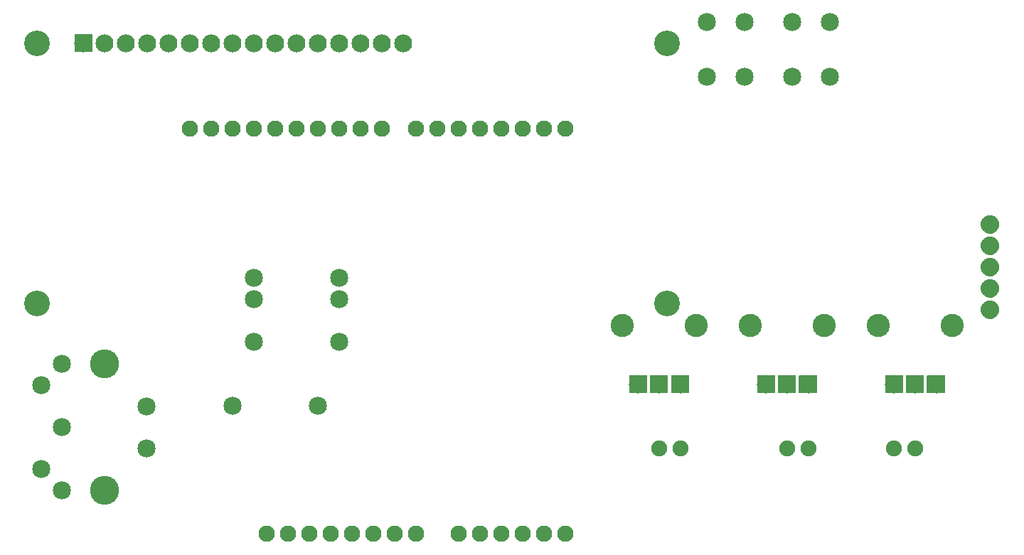
<source format=gts>
G04 MADE WITH FRITZING*
G04 WWW.FRITZING.ORG*
G04 DOUBLE SIDED*
G04 HOLES PLATED*
G04 CONTOUR ON CENTER OF CONTOUR VECTOR*
%ASAXBY*%
%FSLAX23Y23*%
%MOIN*%
%OFA0B0*%
%SFA1.0B1.0*%
%ADD10C,0.085000*%
%ADD11C,0.136000*%
%ADD12C,0.076194*%
%ADD13C,0.076222*%
%ADD14C,0.084000*%
%ADD15C,0.108740*%
%ADD16C,0.120236*%
%ADD17C,0.075000*%
%ADD18R,0.001000X0.001000*%
%LNMASK1*%
G90*
G70*
G54D10*
X300Y345D03*
X202Y444D03*
X300Y641D03*
X202Y838D03*
X300Y936D03*
X694Y542D03*
G54D11*
X497Y936D03*
X497Y345D03*
G54D10*
X694Y739D03*
X1500Y741D03*
X1100Y741D03*
X1600Y1041D03*
X1200Y1041D03*
G54D12*
X2260Y141D03*
X2360Y141D03*
X2460Y141D03*
X2560Y141D03*
X2660Y141D03*
G54D13*
X1800Y2041D03*
X1700Y2041D03*
X1600Y2041D03*
X1500Y2041D03*
X1400Y2041D03*
X1300Y2041D03*
X1200Y2041D03*
X1100Y2041D03*
X1000Y2041D03*
X900Y2041D03*
X2660Y2041D03*
X2560Y2041D03*
X2460Y2041D03*
X2360Y2041D03*
X2260Y2041D03*
X2160Y2041D03*
X2060Y2041D03*
X1960Y2041D03*
G54D12*
X1360Y141D03*
X1260Y141D03*
X1460Y141D03*
X1560Y141D03*
X1660Y141D03*
X1760Y141D03*
X1860Y141D03*
X1960Y141D03*
X2160Y141D03*
G54D10*
X3323Y2285D03*
X3323Y2541D03*
X3500Y2285D03*
X3500Y2541D03*
X3723Y2285D03*
X3723Y2541D03*
X3900Y2285D03*
X3900Y2541D03*
G54D14*
X3600Y841D03*
X3698Y841D03*
X3797Y841D03*
G54D15*
X3525Y1116D03*
X3872Y1116D03*
G54D14*
X3600Y841D03*
X3698Y841D03*
X3797Y841D03*
G54D15*
X3525Y1116D03*
X3872Y1116D03*
G54D14*
X3000Y841D03*
X3098Y841D03*
X3197Y841D03*
G54D15*
X2925Y1116D03*
X3272Y1116D03*
G54D14*
X3000Y841D03*
X3098Y841D03*
X3197Y841D03*
G54D15*
X2925Y1116D03*
X3272Y1116D03*
G54D14*
X4200Y841D03*
X4298Y841D03*
X4397Y841D03*
G54D15*
X4125Y1116D03*
X4472Y1116D03*
G54D14*
X4200Y841D03*
X4298Y841D03*
X4397Y841D03*
G54D15*
X4125Y1116D03*
X4472Y1116D03*
G54D14*
X400Y2441D03*
X500Y2441D03*
X600Y2441D03*
X700Y2441D03*
X800Y2441D03*
X900Y2441D03*
X1000Y2441D03*
X1100Y2441D03*
X1200Y2441D03*
X1300Y2441D03*
X1400Y2441D03*
X1500Y2441D03*
X1600Y2441D03*
X1700Y2441D03*
X1800Y2441D03*
X1900Y2441D03*
G54D16*
X183Y2441D03*
X183Y1220D03*
X3136Y2441D03*
X3136Y1220D03*
G54D14*
X400Y2441D03*
X500Y2441D03*
X600Y2441D03*
X700Y2441D03*
X800Y2441D03*
X900Y2441D03*
X1000Y2441D03*
X1100Y2441D03*
X1200Y2441D03*
X1300Y2441D03*
X1400Y2441D03*
X1500Y2441D03*
X1600Y2441D03*
X1700Y2441D03*
X1800Y2441D03*
X1900Y2441D03*
G54D16*
X183Y2441D03*
X183Y1220D03*
X3136Y2441D03*
X3136Y1220D03*
G54D10*
X1200Y1341D03*
X1600Y1341D03*
X1200Y1241D03*
X1600Y1241D03*
G54D17*
X3700Y541D03*
X3800Y541D03*
X3700Y541D03*
X3800Y541D03*
X3100Y541D03*
X3200Y541D03*
X3100Y541D03*
X3200Y541D03*
X4200Y541D03*
X4300Y541D03*
X4200Y541D03*
X4300Y541D03*
G54D18*
X358Y2483D02*
X441Y2483D01*
X358Y2482D02*
X441Y2482D01*
X358Y2481D02*
X441Y2481D01*
X358Y2480D02*
X441Y2480D01*
X358Y2479D02*
X441Y2479D01*
X358Y2478D02*
X441Y2478D01*
X358Y2477D02*
X441Y2477D01*
X358Y2476D02*
X441Y2476D01*
X358Y2475D02*
X441Y2475D01*
X358Y2474D02*
X441Y2474D01*
X358Y2473D02*
X441Y2473D01*
X358Y2472D02*
X441Y2472D01*
X358Y2471D02*
X441Y2471D01*
X358Y2470D02*
X441Y2470D01*
X358Y2469D02*
X441Y2469D01*
X358Y2468D02*
X441Y2468D01*
X358Y2467D02*
X441Y2467D01*
X358Y2466D02*
X441Y2466D01*
X358Y2465D02*
X441Y2465D01*
X358Y2464D02*
X441Y2464D01*
X358Y2463D02*
X441Y2463D01*
X358Y2462D02*
X441Y2462D01*
X358Y2461D02*
X441Y2461D01*
X358Y2460D02*
X441Y2460D01*
X358Y2459D02*
X441Y2459D01*
X358Y2458D02*
X441Y2458D01*
X358Y2457D02*
X441Y2457D01*
X358Y2456D02*
X396Y2456D01*
X403Y2456D02*
X441Y2456D01*
X358Y2455D02*
X393Y2455D01*
X406Y2455D02*
X441Y2455D01*
X358Y2454D02*
X391Y2454D01*
X408Y2454D02*
X441Y2454D01*
X358Y2453D02*
X389Y2453D01*
X410Y2453D02*
X441Y2453D01*
X358Y2452D02*
X388Y2452D01*
X411Y2452D02*
X441Y2452D01*
X358Y2451D02*
X387Y2451D01*
X412Y2451D02*
X441Y2451D01*
X358Y2450D02*
X386Y2450D01*
X412Y2450D02*
X441Y2450D01*
X358Y2449D02*
X386Y2449D01*
X413Y2449D02*
X441Y2449D01*
X358Y2448D02*
X385Y2448D01*
X414Y2448D02*
X441Y2448D01*
X358Y2447D02*
X385Y2447D01*
X414Y2447D02*
X441Y2447D01*
X358Y2446D02*
X385Y2446D01*
X414Y2446D02*
X441Y2446D01*
X358Y2445D02*
X384Y2445D01*
X415Y2445D02*
X441Y2445D01*
X358Y2444D02*
X384Y2444D01*
X415Y2444D02*
X441Y2444D01*
X358Y2443D02*
X384Y2443D01*
X415Y2443D02*
X441Y2443D01*
X358Y2442D02*
X384Y2442D01*
X415Y2442D02*
X441Y2442D01*
X358Y2441D02*
X384Y2441D01*
X415Y2441D02*
X441Y2441D01*
X358Y2440D02*
X384Y2440D01*
X415Y2440D02*
X441Y2440D01*
X358Y2439D02*
X384Y2439D01*
X415Y2439D02*
X441Y2439D01*
X358Y2438D02*
X384Y2438D01*
X415Y2438D02*
X441Y2438D01*
X358Y2437D02*
X384Y2437D01*
X414Y2437D02*
X441Y2437D01*
X358Y2436D02*
X385Y2436D01*
X414Y2436D02*
X441Y2436D01*
X358Y2435D02*
X385Y2435D01*
X414Y2435D02*
X441Y2435D01*
X358Y2434D02*
X385Y2434D01*
X413Y2434D02*
X441Y2434D01*
X358Y2433D02*
X386Y2433D01*
X413Y2433D02*
X441Y2433D01*
X358Y2432D02*
X387Y2432D01*
X412Y2432D02*
X441Y2432D01*
X358Y2431D02*
X387Y2431D01*
X411Y2431D02*
X441Y2431D01*
X358Y2430D02*
X388Y2430D01*
X410Y2430D02*
X441Y2430D01*
X358Y2429D02*
X390Y2429D01*
X409Y2429D02*
X441Y2429D01*
X358Y2428D02*
X391Y2428D01*
X408Y2428D02*
X441Y2428D01*
X358Y2427D02*
X394Y2427D01*
X405Y2427D02*
X441Y2427D01*
X358Y2426D02*
X441Y2426D01*
X358Y2425D02*
X441Y2425D01*
X358Y2424D02*
X441Y2424D01*
X358Y2423D02*
X441Y2423D01*
X358Y2422D02*
X441Y2422D01*
X358Y2421D02*
X441Y2421D01*
X358Y2420D02*
X441Y2420D01*
X358Y2419D02*
X441Y2419D01*
X358Y2418D02*
X441Y2418D01*
X358Y2417D02*
X441Y2417D01*
X358Y2416D02*
X441Y2416D01*
X358Y2415D02*
X441Y2415D01*
X358Y2414D02*
X441Y2414D01*
X358Y2413D02*
X441Y2413D01*
X358Y2412D02*
X441Y2412D01*
X358Y2411D02*
X441Y2411D01*
X358Y2410D02*
X441Y2410D01*
X358Y2409D02*
X441Y2409D01*
X358Y2408D02*
X441Y2408D01*
X358Y2407D02*
X441Y2407D01*
X358Y2406D02*
X441Y2406D01*
X358Y2405D02*
X441Y2405D01*
X358Y2404D02*
X441Y2404D01*
X358Y2403D02*
X441Y2403D01*
X358Y2402D02*
X441Y2402D01*
X358Y2401D02*
X441Y2401D01*
X358Y2400D02*
X441Y2400D01*
X4646Y1635D02*
X4652Y1635D01*
X4640Y1634D02*
X4658Y1634D01*
X4637Y1633D02*
X4661Y1633D01*
X4634Y1632D02*
X4664Y1632D01*
X4632Y1631D02*
X4666Y1631D01*
X4630Y1630D02*
X4668Y1630D01*
X4629Y1629D02*
X4670Y1629D01*
X4627Y1628D02*
X4671Y1628D01*
X4626Y1627D02*
X4673Y1627D01*
X4624Y1626D02*
X4674Y1626D01*
X4623Y1625D02*
X4675Y1625D01*
X4622Y1624D02*
X4676Y1624D01*
X4621Y1623D02*
X4677Y1623D01*
X4620Y1622D02*
X4679Y1622D01*
X4619Y1621D02*
X4679Y1621D01*
X4618Y1620D02*
X4680Y1620D01*
X4617Y1619D02*
X4681Y1619D01*
X4616Y1618D02*
X4682Y1618D01*
X4615Y1617D02*
X4683Y1617D01*
X4614Y1616D02*
X4684Y1616D01*
X4614Y1615D02*
X4684Y1615D01*
X4613Y1614D02*
X4685Y1614D01*
X4612Y1613D02*
X4686Y1613D01*
X4612Y1612D02*
X4686Y1612D01*
X4611Y1611D02*
X4687Y1611D01*
X4610Y1610D02*
X4688Y1610D01*
X4610Y1609D02*
X4688Y1609D01*
X4609Y1608D02*
X4689Y1608D01*
X4609Y1607D02*
X4689Y1607D01*
X4609Y1606D02*
X4689Y1606D01*
X4608Y1605D02*
X4690Y1605D01*
X4608Y1604D02*
X4690Y1604D01*
X4607Y1603D02*
X4691Y1603D01*
X4607Y1602D02*
X4691Y1602D01*
X4607Y1601D02*
X4691Y1601D01*
X4607Y1600D02*
X4691Y1600D01*
X4606Y1599D02*
X4692Y1599D01*
X4606Y1598D02*
X4692Y1598D01*
X4606Y1597D02*
X4692Y1597D01*
X4606Y1596D02*
X4692Y1596D01*
X4606Y1595D02*
X4692Y1595D01*
X4606Y1594D02*
X4692Y1594D01*
X4606Y1593D02*
X4692Y1593D01*
X4606Y1592D02*
X4693Y1592D01*
X4606Y1591D02*
X4693Y1591D01*
X4606Y1590D02*
X4693Y1590D01*
X4606Y1589D02*
X4692Y1589D01*
X4606Y1588D02*
X4692Y1588D01*
X4606Y1587D02*
X4692Y1587D01*
X4606Y1586D02*
X4692Y1586D01*
X4606Y1585D02*
X4692Y1585D01*
X4606Y1584D02*
X4692Y1584D01*
X4606Y1583D02*
X4692Y1583D01*
X4607Y1582D02*
X4691Y1582D01*
X4607Y1581D02*
X4691Y1581D01*
X4607Y1580D02*
X4691Y1580D01*
X4608Y1579D02*
X4690Y1579D01*
X4608Y1578D02*
X4690Y1578D01*
X4608Y1577D02*
X4690Y1577D01*
X4609Y1576D02*
X4689Y1576D01*
X4609Y1575D02*
X4689Y1575D01*
X4610Y1574D02*
X4688Y1574D01*
X4610Y1573D02*
X4688Y1573D01*
X4611Y1572D02*
X4687Y1572D01*
X4611Y1571D02*
X4687Y1571D01*
X4612Y1570D02*
X4686Y1570D01*
X4613Y1569D02*
X4686Y1569D01*
X4613Y1568D02*
X4685Y1568D01*
X4614Y1567D02*
X4684Y1567D01*
X4615Y1566D02*
X4683Y1566D01*
X4615Y1565D02*
X4683Y1565D01*
X4616Y1564D02*
X4682Y1564D01*
X4617Y1563D02*
X4681Y1563D01*
X4618Y1562D02*
X4680Y1562D01*
X4619Y1561D02*
X4679Y1561D01*
X4620Y1560D02*
X4678Y1560D01*
X4621Y1559D02*
X4677Y1559D01*
X4622Y1558D02*
X4676Y1558D01*
X4623Y1557D02*
X4675Y1557D01*
X4625Y1556D02*
X4673Y1556D01*
X4626Y1555D02*
X4672Y1555D01*
X4628Y1554D02*
X4670Y1554D01*
X4629Y1553D02*
X4669Y1553D01*
X4631Y1552D02*
X4667Y1552D01*
X4633Y1551D02*
X4665Y1551D01*
X4635Y1550D02*
X4663Y1550D01*
X4638Y1549D02*
X4660Y1549D01*
X4642Y1548D02*
X4656Y1548D01*
X4646Y1535D02*
X4652Y1535D01*
X4640Y1534D02*
X4658Y1534D01*
X4637Y1533D02*
X4661Y1533D01*
X4634Y1532D02*
X4664Y1532D01*
X4632Y1531D02*
X4666Y1531D01*
X4630Y1530D02*
X4668Y1530D01*
X4629Y1529D02*
X4670Y1529D01*
X4627Y1528D02*
X4671Y1528D01*
X4626Y1527D02*
X4673Y1527D01*
X4624Y1526D02*
X4674Y1526D01*
X4623Y1525D02*
X4675Y1525D01*
X4622Y1524D02*
X4676Y1524D01*
X4621Y1523D02*
X4677Y1523D01*
X4620Y1522D02*
X4679Y1522D01*
X4619Y1521D02*
X4680Y1521D01*
X4618Y1520D02*
X4680Y1520D01*
X4617Y1519D02*
X4681Y1519D01*
X4616Y1518D02*
X4682Y1518D01*
X4615Y1517D02*
X4683Y1517D01*
X4614Y1516D02*
X4684Y1516D01*
X4614Y1515D02*
X4684Y1515D01*
X4613Y1514D02*
X4685Y1514D01*
X4612Y1513D02*
X4686Y1513D01*
X4612Y1512D02*
X4686Y1512D01*
X4611Y1511D02*
X4687Y1511D01*
X4610Y1510D02*
X4688Y1510D01*
X4610Y1509D02*
X4688Y1509D01*
X4609Y1508D02*
X4689Y1508D01*
X4609Y1507D02*
X4689Y1507D01*
X4609Y1506D02*
X4689Y1506D01*
X4608Y1505D02*
X4690Y1505D01*
X4608Y1504D02*
X4690Y1504D01*
X4607Y1503D02*
X4691Y1503D01*
X4607Y1502D02*
X4691Y1502D01*
X4607Y1501D02*
X4691Y1501D01*
X4607Y1500D02*
X4691Y1500D01*
X4606Y1499D02*
X4692Y1499D01*
X4606Y1498D02*
X4692Y1498D01*
X4606Y1497D02*
X4692Y1497D01*
X4606Y1496D02*
X4692Y1496D01*
X4606Y1495D02*
X4692Y1495D01*
X4606Y1494D02*
X4692Y1494D01*
X4606Y1493D02*
X4692Y1493D01*
X4606Y1492D02*
X4693Y1492D01*
X4606Y1491D02*
X4693Y1491D01*
X4606Y1490D02*
X4693Y1490D01*
X4606Y1489D02*
X4692Y1489D01*
X4606Y1488D02*
X4692Y1488D01*
X4606Y1487D02*
X4692Y1487D01*
X4606Y1486D02*
X4692Y1486D01*
X4606Y1485D02*
X4692Y1485D01*
X4606Y1484D02*
X4692Y1484D01*
X4606Y1483D02*
X4692Y1483D01*
X4607Y1482D02*
X4691Y1482D01*
X4607Y1481D02*
X4691Y1481D01*
X4607Y1480D02*
X4691Y1480D01*
X4608Y1479D02*
X4690Y1479D01*
X4608Y1478D02*
X4690Y1478D01*
X4608Y1477D02*
X4690Y1477D01*
X4609Y1476D02*
X4689Y1476D01*
X4609Y1475D02*
X4689Y1475D01*
X4610Y1474D02*
X4688Y1474D01*
X4610Y1473D02*
X4688Y1473D01*
X4611Y1472D02*
X4687Y1472D01*
X4611Y1471D02*
X4687Y1471D01*
X4612Y1470D02*
X4686Y1470D01*
X4613Y1469D02*
X4686Y1469D01*
X4613Y1468D02*
X4685Y1468D01*
X4614Y1467D02*
X4684Y1467D01*
X4615Y1466D02*
X4683Y1466D01*
X4615Y1465D02*
X4683Y1465D01*
X4616Y1464D02*
X4682Y1464D01*
X4617Y1463D02*
X4681Y1463D01*
X4618Y1462D02*
X4680Y1462D01*
X4619Y1461D02*
X4679Y1461D01*
X4620Y1460D02*
X4678Y1460D01*
X4621Y1459D02*
X4677Y1459D01*
X4622Y1458D02*
X4676Y1458D01*
X4623Y1457D02*
X4675Y1457D01*
X4625Y1456D02*
X4673Y1456D01*
X4626Y1455D02*
X4672Y1455D01*
X4628Y1454D02*
X4670Y1454D01*
X4629Y1453D02*
X4669Y1453D01*
X4631Y1452D02*
X4667Y1452D01*
X4633Y1451D02*
X4665Y1451D01*
X4635Y1450D02*
X4663Y1450D01*
X4638Y1449D02*
X4660Y1449D01*
X4642Y1448D02*
X4656Y1448D01*
X4646Y1435D02*
X4652Y1435D01*
X4640Y1434D02*
X4658Y1434D01*
X4637Y1433D02*
X4661Y1433D01*
X4634Y1432D02*
X4664Y1432D01*
X4632Y1431D02*
X4666Y1431D01*
X4630Y1430D02*
X4668Y1430D01*
X4629Y1429D02*
X4670Y1429D01*
X4627Y1428D02*
X4671Y1428D01*
X4625Y1427D02*
X4673Y1427D01*
X4624Y1426D02*
X4674Y1426D01*
X4623Y1425D02*
X4675Y1425D01*
X4622Y1424D02*
X4676Y1424D01*
X4621Y1423D02*
X4677Y1423D01*
X4620Y1422D02*
X4679Y1422D01*
X4619Y1421D02*
X4680Y1421D01*
X4618Y1420D02*
X4680Y1420D01*
X4617Y1419D02*
X4681Y1419D01*
X4616Y1418D02*
X4682Y1418D01*
X4615Y1417D02*
X4683Y1417D01*
X4614Y1416D02*
X4684Y1416D01*
X4614Y1415D02*
X4684Y1415D01*
X4613Y1414D02*
X4685Y1414D01*
X4612Y1413D02*
X4686Y1413D01*
X4612Y1412D02*
X4686Y1412D01*
X4611Y1411D02*
X4687Y1411D01*
X4610Y1410D02*
X4688Y1410D01*
X4610Y1409D02*
X4688Y1409D01*
X4609Y1408D02*
X4689Y1408D01*
X4609Y1407D02*
X4689Y1407D01*
X4609Y1406D02*
X4689Y1406D01*
X4608Y1405D02*
X4690Y1405D01*
X4608Y1404D02*
X4690Y1404D01*
X4607Y1403D02*
X4691Y1403D01*
X4607Y1402D02*
X4691Y1402D01*
X4607Y1401D02*
X4691Y1401D01*
X4607Y1400D02*
X4691Y1400D01*
X4606Y1399D02*
X4692Y1399D01*
X4606Y1398D02*
X4692Y1398D01*
X4606Y1397D02*
X4692Y1397D01*
X4606Y1396D02*
X4692Y1396D01*
X4606Y1395D02*
X4692Y1395D01*
X4606Y1394D02*
X4692Y1394D01*
X4606Y1393D02*
X4692Y1393D01*
X4606Y1392D02*
X4693Y1392D01*
X4606Y1391D02*
X4693Y1391D01*
X4606Y1390D02*
X4693Y1390D01*
X4606Y1389D02*
X4692Y1389D01*
X4606Y1388D02*
X4692Y1388D01*
X4606Y1387D02*
X4692Y1387D01*
X4606Y1386D02*
X4692Y1386D01*
X4606Y1385D02*
X4692Y1385D01*
X4606Y1384D02*
X4692Y1384D01*
X4606Y1383D02*
X4692Y1383D01*
X4607Y1382D02*
X4691Y1382D01*
X4607Y1381D02*
X4691Y1381D01*
X4607Y1380D02*
X4691Y1380D01*
X4608Y1379D02*
X4690Y1379D01*
X4608Y1378D02*
X4690Y1378D01*
X4608Y1377D02*
X4690Y1377D01*
X4609Y1376D02*
X4689Y1376D01*
X4609Y1375D02*
X4689Y1375D01*
X4610Y1374D02*
X4688Y1374D01*
X4610Y1373D02*
X4688Y1373D01*
X4611Y1372D02*
X4687Y1372D01*
X4611Y1371D02*
X4687Y1371D01*
X4612Y1370D02*
X4686Y1370D01*
X4613Y1369D02*
X4686Y1369D01*
X4613Y1368D02*
X4685Y1368D01*
X4614Y1367D02*
X4684Y1367D01*
X4615Y1366D02*
X4683Y1366D01*
X4615Y1365D02*
X4683Y1365D01*
X4616Y1364D02*
X4682Y1364D01*
X4617Y1363D02*
X4681Y1363D01*
X4618Y1362D02*
X4680Y1362D01*
X4619Y1361D02*
X4679Y1361D01*
X4620Y1360D02*
X4678Y1360D01*
X4621Y1359D02*
X4677Y1359D01*
X4622Y1358D02*
X4676Y1358D01*
X4623Y1357D02*
X4675Y1357D01*
X4625Y1356D02*
X4673Y1356D01*
X4626Y1355D02*
X4672Y1355D01*
X4628Y1354D02*
X4670Y1354D01*
X4629Y1353D02*
X4669Y1353D01*
X4631Y1352D02*
X4667Y1352D01*
X4633Y1351D02*
X4665Y1351D01*
X4635Y1350D02*
X4663Y1350D01*
X4638Y1349D02*
X4660Y1349D01*
X4642Y1348D02*
X4656Y1348D01*
X4646Y1335D02*
X4652Y1335D01*
X4640Y1334D02*
X4658Y1334D01*
X4637Y1333D02*
X4661Y1333D01*
X4634Y1332D02*
X4664Y1332D01*
X4632Y1331D02*
X4666Y1331D01*
X4630Y1330D02*
X4668Y1330D01*
X4629Y1329D02*
X4670Y1329D01*
X4627Y1328D02*
X4671Y1328D01*
X4625Y1327D02*
X4673Y1327D01*
X4624Y1326D02*
X4674Y1326D01*
X4623Y1325D02*
X4675Y1325D01*
X4622Y1324D02*
X4676Y1324D01*
X4621Y1323D02*
X4677Y1323D01*
X4620Y1322D02*
X4679Y1322D01*
X4619Y1321D02*
X4680Y1321D01*
X4618Y1320D02*
X4680Y1320D01*
X4617Y1319D02*
X4681Y1319D01*
X4616Y1318D02*
X4682Y1318D01*
X4615Y1317D02*
X4683Y1317D01*
X4614Y1316D02*
X4684Y1316D01*
X4614Y1315D02*
X4684Y1315D01*
X4613Y1314D02*
X4685Y1314D01*
X4612Y1313D02*
X4686Y1313D01*
X4612Y1312D02*
X4686Y1312D01*
X4611Y1311D02*
X4687Y1311D01*
X4610Y1310D02*
X4688Y1310D01*
X4610Y1309D02*
X4688Y1309D01*
X4609Y1308D02*
X4689Y1308D01*
X4609Y1307D02*
X4689Y1307D01*
X4609Y1306D02*
X4689Y1306D01*
X4608Y1305D02*
X4690Y1305D01*
X4608Y1304D02*
X4690Y1304D01*
X4607Y1303D02*
X4691Y1303D01*
X4607Y1302D02*
X4691Y1302D01*
X4607Y1301D02*
X4691Y1301D01*
X4607Y1300D02*
X4691Y1300D01*
X4606Y1299D02*
X4692Y1299D01*
X4606Y1298D02*
X4692Y1298D01*
X4606Y1297D02*
X4692Y1297D01*
X4606Y1296D02*
X4692Y1296D01*
X4606Y1295D02*
X4692Y1295D01*
X4606Y1294D02*
X4692Y1294D01*
X4606Y1293D02*
X4692Y1293D01*
X4606Y1292D02*
X4693Y1292D01*
X4606Y1291D02*
X4693Y1291D01*
X4606Y1290D02*
X4693Y1290D01*
X4606Y1289D02*
X4692Y1289D01*
X4606Y1288D02*
X4692Y1288D01*
X4606Y1287D02*
X4692Y1287D01*
X4606Y1286D02*
X4692Y1286D01*
X4606Y1285D02*
X4692Y1285D01*
X4606Y1284D02*
X4692Y1284D01*
X4606Y1283D02*
X4692Y1283D01*
X4607Y1282D02*
X4691Y1282D01*
X4607Y1281D02*
X4691Y1281D01*
X4607Y1280D02*
X4691Y1280D01*
X4608Y1279D02*
X4690Y1279D01*
X4608Y1278D02*
X4690Y1278D01*
X4608Y1277D02*
X4690Y1277D01*
X4609Y1276D02*
X4689Y1276D01*
X4609Y1275D02*
X4689Y1275D01*
X4610Y1274D02*
X4688Y1274D01*
X4610Y1273D02*
X4688Y1273D01*
X4611Y1272D02*
X4687Y1272D01*
X4611Y1271D02*
X4687Y1271D01*
X4612Y1270D02*
X4686Y1270D01*
X4613Y1269D02*
X4686Y1269D01*
X4613Y1268D02*
X4685Y1268D01*
X4614Y1267D02*
X4684Y1267D01*
X4615Y1266D02*
X4683Y1266D01*
X4615Y1265D02*
X4683Y1265D01*
X4616Y1264D02*
X4682Y1264D01*
X4617Y1263D02*
X4681Y1263D01*
X4618Y1262D02*
X4680Y1262D01*
X4619Y1261D02*
X4679Y1261D01*
X4620Y1260D02*
X4678Y1260D01*
X4621Y1259D02*
X4677Y1259D01*
X4622Y1258D02*
X4676Y1258D01*
X4623Y1257D02*
X4675Y1257D01*
X4625Y1256D02*
X4673Y1256D01*
X4626Y1255D02*
X4672Y1255D01*
X4628Y1254D02*
X4670Y1254D01*
X4629Y1253D02*
X4669Y1253D01*
X4631Y1252D02*
X4667Y1252D01*
X4633Y1251D02*
X4665Y1251D01*
X4635Y1250D02*
X4663Y1250D01*
X4638Y1249D02*
X4660Y1249D01*
X4642Y1248D02*
X4656Y1248D01*
X4646Y1235D02*
X4652Y1235D01*
X4640Y1234D02*
X4658Y1234D01*
X4637Y1233D02*
X4661Y1233D01*
X4634Y1232D02*
X4664Y1232D01*
X4632Y1231D02*
X4666Y1231D01*
X4630Y1230D02*
X4668Y1230D01*
X4629Y1229D02*
X4670Y1229D01*
X4627Y1228D02*
X4671Y1228D01*
X4625Y1227D02*
X4673Y1227D01*
X4624Y1226D02*
X4674Y1226D01*
X4623Y1225D02*
X4675Y1225D01*
X4622Y1224D02*
X4676Y1224D01*
X4621Y1223D02*
X4677Y1223D01*
X4620Y1222D02*
X4679Y1222D01*
X4619Y1221D02*
X4680Y1221D01*
X4618Y1220D02*
X4680Y1220D01*
X4617Y1219D02*
X4681Y1219D01*
X4616Y1218D02*
X4682Y1218D01*
X4615Y1217D02*
X4683Y1217D01*
X4614Y1216D02*
X4684Y1216D01*
X4614Y1215D02*
X4684Y1215D01*
X4613Y1214D02*
X4685Y1214D01*
X4612Y1213D02*
X4686Y1213D01*
X4612Y1212D02*
X4686Y1212D01*
X4611Y1211D02*
X4687Y1211D01*
X4610Y1210D02*
X4688Y1210D01*
X4610Y1209D02*
X4688Y1209D01*
X4609Y1208D02*
X4689Y1208D01*
X4609Y1207D02*
X4689Y1207D01*
X4609Y1206D02*
X4689Y1206D01*
X4608Y1205D02*
X4690Y1205D01*
X4608Y1204D02*
X4690Y1204D01*
X4607Y1203D02*
X4691Y1203D01*
X4607Y1202D02*
X4691Y1202D01*
X4607Y1201D02*
X4691Y1201D01*
X4607Y1200D02*
X4691Y1200D01*
X4606Y1199D02*
X4692Y1199D01*
X4606Y1198D02*
X4692Y1198D01*
X4606Y1197D02*
X4692Y1197D01*
X4606Y1196D02*
X4692Y1196D01*
X4606Y1195D02*
X4692Y1195D01*
X4606Y1194D02*
X4692Y1194D01*
X4606Y1193D02*
X4692Y1193D01*
X4606Y1192D02*
X4693Y1192D01*
X4606Y1191D02*
X4693Y1191D01*
X4606Y1190D02*
X4693Y1190D01*
X4606Y1189D02*
X4692Y1189D01*
X4606Y1188D02*
X4692Y1188D01*
X4606Y1187D02*
X4692Y1187D01*
X4606Y1186D02*
X4692Y1186D01*
X4606Y1185D02*
X4692Y1185D01*
X4606Y1184D02*
X4692Y1184D01*
X4606Y1183D02*
X4692Y1183D01*
X4607Y1182D02*
X4691Y1182D01*
X4607Y1181D02*
X4691Y1181D01*
X4607Y1180D02*
X4691Y1180D01*
X4608Y1179D02*
X4690Y1179D01*
X4608Y1178D02*
X4690Y1178D01*
X4608Y1177D02*
X4690Y1177D01*
X4609Y1176D02*
X4689Y1176D01*
X4609Y1175D02*
X4689Y1175D01*
X4610Y1174D02*
X4688Y1174D01*
X4610Y1173D02*
X4688Y1173D01*
X4611Y1172D02*
X4687Y1172D01*
X4611Y1171D02*
X4687Y1171D01*
X4612Y1170D02*
X4686Y1170D01*
X4613Y1169D02*
X4686Y1169D01*
X4613Y1168D02*
X4685Y1168D01*
X4614Y1167D02*
X4684Y1167D01*
X4615Y1166D02*
X4683Y1166D01*
X4615Y1165D02*
X4683Y1165D01*
X4616Y1164D02*
X4682Y1164D01*
X4617Y1163D02*
X4681Y1163D01*
X4618Y1162D02*
X4680Y1162D01*
X4619Y1161D02*
X4679Y1161D01*
X4620Y1160D02*
X4678Y1160D01*
X4621Y1159D02*
X4677Y1159D01*
X4622Y1158D02*
X4676Y1158D01*
X4623Y1157D02*
X4675Y1157D01*
X4625Y1156D02*
X4673Y1156D01*
X4626Y1155D02*
X4672Y1155D01*
X4628Y1154D02*
X4670Y1154D01*
X4629Y1153D02*
X4669Y1153D01*
X4631Y1152D02*
X4667Y1152D01*
X4633Y1151D02*
X4665Y1151D01*
X4635Y1150D02*
X4663Y1150D01*
X4638Y1149D02*
X4660Y1149D01*
X4642Y1148D02*
X4656Y1148D01*
X2958Y883D02*
X3040Y883D01*
X3056Y883D02*
X3139Y883D01*
X3155Y883D02*
X3237Y883D01*
X3558Y883D02*
X3640Y883D01*
X3656Y883D02*
X3739Y883D01*
X3755Y883D02*
X3837Y883D01*
X4158Y883D02*
X4240Y883D01*
X4256Y883D02*
X4339Y883D01*
X4355Y883D02*
X4437Y883D01*
X2958Y882D02*
X3041Y882D01*
X3056Y882D02*
X3139Y882D01*
X3155Y882D02*
X3238Y882D01*
X3558Y882D02*
X3641Y882D01*
X3656Y882D02*
X3739Y882D01*
X3754Y882D02*
X3837Y882D01*
X4158Y882D02*
X4241Y882D01*
X4256Y882D02*
X4339Y882D01*
X4354Y882D02*
X4437Y882D01*
X2958Y881D02*
X3041Y881D01*
X3056Y881D02*
X3139Y881D01*
X3155Y881D02*
X3238Y881D01*
X3558Y881D02*
X3641Y881D01*
X3656Y881D02*
X3739Y881D01*
X3754Y881D02*
X3837Y881D01*
X4158Y881D02*
X4241Y881D01*
X4256Y881D02*
X4339Y881D01*
X4354Y881D02*
X4437Y881D01*
X2958Y880D02*
X3041Y880D01*
X3056Y880D02*
X3139Y880D01*
X3155Y880D02*
X3238Y880D01*
X3558Y880D02*
X3641Y880D01*
X3656Y880D02*
X3739Y880D01*
X3754Y880D02*
X3837Y880D01*
X4158Y880D02*
X4241Y880D01*
X4256Y880D02*
X4339Y880D01*
X4354Y880D02*
X4437Y880D01*
X2958Y879D02*
X3041Y879D01*
X3056Y879D02*
X3139Y879D01*
X3155Y879D02*
X3238Y879D01*
X3558Y879D02*
X3641Y879D01*
X3656Y879D02*
X3739Y879D01*
X3754Y879D02*
X3837Y879D01*
X4158Y879D02*
X4241Y879D01*
X4256Y879D02*
X4339Y879D01*
X4354Y879D02*
X4437Y879D01*
X2958Y878D02*
X3041Y878D01*
X3056Y878D02*
X3139Y878D01*
X3155Y878D02*
X3238Y878D01*
X3558Y878D02*
X3641Y878D01*
X3656Y878D02*
X3739Y878D01*
X3754Y878D02*
X3837Y878D01*
X4158Y878D02*
X4241Y878D01*
X4256Y878D02*
X4339Y878D01*
X4354Y878D02*
X4437Y878D01*
X2958Y877D02*
X3041Y877D01*
X3056Y877D02*
X3139Y877D01*
X3155Y877D02*
X3238Y877D01*
X3558Y877D02*
X3641Y877D01*
X3656Y877D02*
X3739Y877D01*
X3754Y877D02*
X3837Y877D01*
X4158Y877D02*
X4241Y877D01*
X4256Y877D02*
X4339Y877D01*
X4354Y877D02*
X4437Y877D01*
X2958Y876D02*
X3041Y876D01*
X3056Y876D02*
X3139Y876D01*
X3155Y876D02*
X3238Y876D01*
X3558Y876D02*
X3641Y876D01*
X3656Y876D02*
X3739Y876D01*
X3754Y876D02*
X3837Y876D01*
X4158Y876D02*
X4241Y876D01*
X4256Y876D02*
X4339Y876D01*
X4354Y876D02*
X4437Y876D01*
X2958Y875D02*
X3041Y875D01*
X3056Y875D02*
X3139Y875D01*
X3155Y875D02*
X3238Y875D01*
X3558Y875D02*
X3641Y875D01*
X3656Y875D02*
X3739Y875D01*
X3754Y875D02*
X3837Y875D01*
X4158Y875D02*
X4241Y875D01*
X4256Y875D02*
X4339Y875D01*
X4354Y875D02*
X4437Y875D01*
X2958Y874D02*
X3041Y874D01*
X3056Y874D02*
X3139Y874D01*
X3155Y874D02*
X3238Y874D01*
X3558Y874D02*
X3641Y874D01*
X3656Y874D02*
X3739Y874D01*
X3754Y874D02*
X3837Y874D01*
X4158Y874D02*
X4241Y874D01*
X4256Y874D02*
X4339Y874D01*
X4354Y874D02*
X4437Y874D01*
X2958Y873D02*
X3041Y873D01*
X3056Y873D02*
X3139Y873D01*
X3155Y873D02*
X3238Y873D01*
X3558Y873D02*
X3641Y873D01*
X3656Y873D02*
X3739Y873D01*
X3754Y873D02*
X3837Y873D01*
X4158Y873D02*
X4241Y873D01*
X4256Y873D02*
X4339Y873D01*
X4354Y873D02*
X4437Y873D01*
X2958Y872D02*
X3041Y872D01*
X3056Y872D02*
X3139Y872D01*
X3155Y872D02*
X3238Y872D01*
X3558Y872D02*
X3641Y872D01*
X3656Y872D02*
X3739Y872D01*
X3754Y872D02*
X3837Y872D01*
X4158Y872D02*
X4241Y872D01*
X4256Y872D02*
X4339Y872D01*
X4354Y872D02*
X4437Y872D01*
X2958Y871D02*
X3041Y871D01*
X3056Y871D02*
X3139Y871D01*
X3155Y871D02*
X3238Y871D01*
X3558Y871D02*
X3641Y871D01*
X3656Y871D02*
X3739Y871D01*
X3754Y871D02*
X3837Y871D01*
X4158Y871D02*
X4241Y871D01*
X4256Y871D02*
X4339Y871D01*
X4354Y871D02*
X4437Y871D01*
X2958Y870D02*
X3041Y870D01*
X3056Y870D02*
X3139Y870D01*
X3155Y870D02*
X3238Y870D01*
X3558Y870D02*
X3641Y870D01*
X3656Y870D02*
X3739Y870D01*
X3754Y870D02*
X3837Y870D01*
X4158Y870D02*
X4241Y870D01*
X4256Y870D02*
X4339Y870D01*
X4354Y870D02*
X4437Y870D01*
X2958Y869D02*
X3041Y869D01*
X3056Y869D02*
X3139Y869D01*
X3155Y869D02*
X3238Y869D01*
X3558Y869D02*
X3641Y869D01*
X3656Y869D02*
X3739Y869D01*
X3754Y869D02*
X3837Y869D01*
X4158Y869D02*
X4241Y869D01*
X4256Y869D02*
X4339Y869D01*
X4354Y869D02*
X4437Y869D01*
X2958Y868D02*
X3041Y868D01*
X3056Y868D02*
X3139Y868D01*
X3155Y868D02*
X3238Y868D01*
X3558Y868D02*
X3641Y868D01*
X3656Y868D02*
X3739Y868D01*
X3754Y868D02*
X3837Y868D01*
X4158Y868D02*
X4241Y868D01*
X4256Y868D02*
X4339Y868D01*
X4354Y868D02*
X4437Y868D01*
X2958Y867D02*
X3041Y867D01*
X3056Y867D02*
X3139Y867D01*
X3155Y867D02*
X3238Y867D01*
X3558Y867D02*
X3641Y867D01*
X3656Y867D02*
X3739Y867D01*
X3754Y867D02*
X3837Y867D01*
X4158Y867D02*
X4241Y867D01*
X4256Y867D02*
X4339Y867D01*
X4354Y867D02*
X4437Y867D01*
X2958Y866D02*
X3041Y866D01*
X3056Y866D02*
X3139Y866D01*
X3155Y866D02*
X3238Y866D01*
X3558Y866D02*
X3641Y866D01*
X3656Y866D02*
X3739Y866D01*
X3754Y866D02*
X3837Y866D01*
X4158Y866D02*
X4241Y866D01*
X4256Y866D02*
X4339Y866D01*
X4354Y866D02*
X4437Y866D01*
X2958Y865D02*
X3041Y865D01*
X3056Y865D02*
X3139Y865D01*
X3155Y865D02*
X3238Y865D01*
X3558Y865D02*
X3641Y865D01*
X3656Y865D02*
X3739Y865D01*
X3754Y865D02*
X3837Y865D01*
X4158Y865D02*
X4241Y865D01*
X4256Y865D02*
X4339Y865D01*
X4354Y865D02*
X4437Y865D01*
X2958Y864D02*
X3041Y864D01*
X3056Y864D02*
X3139Y864D01*
X3155Y864D02*
X3238Y864D01*
X3558Y864D02*
X3641Y864D01*
X3656Y864D02*
X3739Y864D01*
X3754Y864D02*
X3837Y864D01*
X4158Y864D02*
X4241Y864D01*
X4256Y864D02*
X4339Y864D01*
X4354Y864D02*
X4437Y864D01*
X2958Y863D02*
X3041Y863D01*
X3056Y863D02*
X3139Y863D01*
X3155Y863D02*
X3238Y863D01*
X3558Y863D02*
X3641Y863D01*
X3656Y863D02*
X3739Y863D01*
X3754Y863D02*
X3837Y863D01*
X4158Y863D02*
X4241Y863D01*
X4256Y863D02*
X4339Y863D01*
X4354Y863D02*
X4437Y863D01*
X2958Y862D02*
X3041Y862D01*
X3056Y862D02*
X3139Y862D01*
X3155Y862D02*
X3238Y862D01*
X3558Y862D02*
X3641Y862D01*
X3656Y862D02*
X3739Y862D01*
X3754Y862D02*
X3837Y862D01*
X4158Y862D02*
X4241Y862D01*
X4256Y862D02*
X4339Y862D01*
X4354Y862D02*
X4437Y862D01*
X2958Y861D02*
X3041Y861D01*
X3056Y861D02*
X3139Y861D01*
X3155Y861D02*
X3238Y861D01*
X3558Y861D02*
X3641Y861D01*
X3656Y861D02*
X3739Y861D01*
X3754Y861D02*
X3837Y861D01*
X4158Y861D02*
X4241Y861D01*
X4256Y861D02*
X4339Y861D01*
X4354Y861D02*
X4437Y861D01*
X2958Y860D02*
X3041Y860D01*
X3056Y860D02*
X3139Y860D01*
X3155Y860D02*
X3238Y860D01*
X3558Y860D02*
X3641Y860D01*
X3656Y860D02*
X3739Y860D01*
X3754Y860D02*
X3837Y860D01*
X4158Y860D02*
X4241Y860D01*
X4256Y860D02*
X4339Y860D01*
X4354Y860D02*
X4437Y860D01*
X2958Y859D02*
X3041Y859D01*
X3056Y859D02*
X3139Y859D01*
X3155Y859D02*
X3238Y859D01*
X3558Y859D02*
X3641Y859D01*
X3656Y859D02*
X3739Y859D01*
X3754Y859D02*
X3837Y859D01*
X4158Y859D02*
X4241Y859D01*
X4256Y859D02*
X4339Y859D01*
X4354Y859D02*
X4437Y859D01*
X2958Y858D02*
X3041Y858D01*
X3056Y858D02*
X3139Y858D01*
X3155Y858D02*
X3238Y858D01*
X3558Y858D02*
X3641Y858D01*
X3656Y858D02*
X3739Y858D01*
X3754Y858D02*
X3837Y858D01*
X4158Y858D02*
X4241Y858D01*
X4256Y858D02*
X4339Y858D01*
X4354Y858D02*
X4437Y858D01*
X2958Y857D02*
X3041Y857D01*
X3056Y857D02*
X3139Y857D01*
X3155Y857D02*
X3238Y857D01*
X3558Y857D02*
X3641Y857D01*
X3656Y857D02*
X3739Y857D01*
X3754Y857D02*
X3837Y857D01*
X4158Y857D02*
X4241Y857D01*
X4256Y857D02*
X4339Y857D01*
X4354Y857D02*
X4437Y857D01*
X2958Y856D02*
X3041Y856D01*
X3056Y856D02*
X3139Y856D01*
X3155Y856D02*
X3238Y856D01*
X3558Y856D02*
X3641Y856D01*
X3656Y856D02*
X3739Y856D01*
X3754Y856D02*
X3837Y856D01*
X4158Y856D02*
X4241Y856D01*
X4256Y856D02*
X4339Y856D01*
X4354Y856D02*
X4437Y856D01*
X2958Y855D02*
X2993Y855D01*
X3005Y855D02*
X3041Y855D01*
X3056Y855D02*
X3092Y855D01*
X3104Y855D02*
X3139Y855D01*
X3155Y855D02*
X3190Y855D01*
X3202Y855D02*
X3238Y855D01*
X3558Y855D02*
X3593Y855D01*
X3605Y855D02*
X3641Y855D01*
X3656Y855D02*
X3691Y855D01*
X3704Y855D02*
X3739Y855D01*
X3754Y855D02*
X3790Y855D01*
X3802Y855D02*
X3837Y855D01*
X4158Y855D02*
X4193Y855D01*
X4205Y855D02*
X4241Y855D01*
X4256Y855D02*
X4291Y855D01*
X4304Y855D02*
X4339Y855D01*
X4354Y855D02*
X4390Y855D01*
X4402Y855D02*
X4437Y855D01*
X2958Y854D02*
X2991Y854D01*
X3007Y854D02*
X3041Y854D01*
X3056Y854D02*
X3089Y854D01*
X3106Y854D02*
X3139Y854D01*
X3155Y854D02*
X3188Y854D01*
X3204Y854D02*
X3238Y854D01*
X3558Y854D02*
X3591Y854D01*
X3607Y854D02*
X3641Y854D01*
X3656Y854D02*
X3689Y854D01*
X3706Y854D02*
X3739Y854D01*
X3754Y854D02*
X3788Y854D01*
X3804Y854D02*
X3837Y854D01*
X4158Y854D02*
X4191Y854D01*
X4207Y854D02*
X4241Y854D01*
X4256Y854D02*
X4289Y854D01*
X4306Y854D02*
X4339Y854D01*
X4354Y854D02*
X4388Y854D01*
X4404Y854D02*
X4437Y854D01*
X2958Y853D02*
X2989Y853D01*
X3009Y853D02*
X3041Y853D01*
X3056Y853D02*
X3088Y853D01*
X3107Y853D02*
X3139Y853D01*
X3155Y853D02*
X3186Y853D01*
X3206Y853D02*
X3238Y853D01*
X3558Y853D02*
X3589Y853D01*
X3609Y853D02*
X3641Y853D01*
X3656Y853D02*
X3688Y853D01*
X3707Y853D02*
X3739Y853D01*
X3754Y853D02*
X3786Y853D01*
X3806Y853D02*
X3837Y853D01*
X4158Y853D02*
X4189Y853D01*
X4209Y853D02*
X4241Y853D01*
X4256Y853D02*
X4288Y853D01*
X4307Y853D02*
X4339Y853D01*
X4354Y853D02*
X4386Y853D01*
X4406Y853D02*
X4437Y853D01*
X2958Y852D02*
X2988Y852D01*
X3010Y852D02*
X3041Y852D01*
X3056Y852D02*
X3087Y852D01*
X3109Y852D02*
X3139Y852D01*
X3155Y852D02*
X3185Y852D01*
X3207Y852D02*
X3238Y852D01*
X3558Y852D02*
X3588Y852D01*
X3610Y852D02*
X3641Y852D01*
X3656Y852D02*
X3687Y852D01*
X3709Y852D02*
X3739Y852D01*
X3754Y852D02*
X3785Y852D01*
X3807Y852D02*
X3837Y852D01*
X4158Y852D02*
X4188Y852D01*
X4210Y852D02*
X4241Y852D01*
X4256Y852D02*
X4286Y852D01*
X4308Y852D02*
X4339Y852D01*
X4354Y852D02*
X4385Y852D01*
X4407Y852D02*
X4437Y852D01*
X2958Y851D02*
X2987Y851D01*
X3011Y851D02*
X3041Y851D01*
X3056Y851D02*
X3086Y851D01*
X3110Y851D02*
X3139Y851D01*
X3155Y851D02*
X3184Y851D01*
X3208Y851D02*
X3238Y851D01*
X3558Y851D02*
X3587Y851D01*
X3611Y851D02*
X3641Y851D01*
X3656Y851D02*
X3686Y851D01*
X3709Y851D02*
X3739Y851D01*
X3754Y851D02*
X3784Y851D01*
X3808Y851D02*
X3837Y851D01*
X4158Y851D02*
X4187Y851D01*
X4211Y851D02*
X4241Y851D01*
X4256Y851D02*
X4286Y851D01*
X4309Y851D02*
X4339Y851D01*
X4354Y851D02*
X4384Y851D01*
X4408Y851D02*
X4437Y851D01*
X2958Y850D02*
X2987Y850D01*
X3012Y850D02*
X3041Y850D01*
X3056Y850D02*
X3085Y850D01*
X3110Y850D02*
X3139Y850D01*
X3155Y850D02*
X3183Y850D01*
X3209Y850D02*
X3238Y850D01*
X3558Y850D02*
X3586Y850D01*
X3612Y850D02*
X3641Y850D01*
X3656Y850D02*
X3685Y850D01*
X3710Y850D02*
X3739Y850D01*
X3754Y850D02*
X3783Y850D01*
X3809Y850D02*
X3837Y850D01*
X4158Y850D02*
X4186Y850D01*
X4212Y850D02*
X4241Y850D01*
X4256Y850D02*
X4285Y850D01*
X4310Y850D02*
X4339Y850D01*
X4354Y850D02*
X4383Y850D01*
X4409Y850D02*
X4437Y850D01*
X2958Y849D02*
X2986Y849D01*
X3012Y849D02*
X3041Y849D01*
X3056Y849D02*
X3084Y849D01*
X3111Y849D02*
X3139Y849D01*
X3155Y849D02*
X3183Y849D01*
X3209Y849D02*
X3238Y849D01*
X3558Y849D02*
X3586Y849D01*
X3612Y849D02*
X3641Y849D01*
X3656Y849D02*
X3684Y849D01*
X3711Y849D02*
X3739Y849D01*
X3754Y849D02*
X3783Y849D01*
X3809Y849D02*
X3837Y849D01*
X4158Y849D02*
X4186Y849D01*
X4212Y849D02*
X4241Y849D01*
X4256Y849D02*
X4284Y849D01*
X4311Y849D02*
X4339Y849D01*
X4354Y849D02*
X4383Y849D01*
X4409Y849D02*
X4437Y849D01*
X2958Y848D02*
X2985Y848D01*
X3013Y848D02*
X3041Y848D01*
X3056Y848D02*
X3084Y848D01*
X3111Y848D02*
X3139Y848D01*
X3155Y848D02*
X3182Y848D01*
X3210Y848D02*
X3238Y848D01*
X3558Y848D02*
X3585Y848D01*
X3613Y848D02*
X3641Y848D01*
X3656Y848D02*
X3684Y848D01*
X3711Y848D02*
X3739Y848D01*
X3754Y848D02*
X3782Y848D01*
X3810Y848D02*
X3837Y848D01*
X4158Y848D02*
X4185Y848D01*
X4213Y848D02*
X4241Y848D01*
X4256Y848D02*
X4284Y848D01*
X4311Y848D02*
X4339Y848D01*
X4354Y848D02*
X4382Y848D01*
X4410Y848D02*
X4437Y848D01*
X2958Y847D02*
X2985Y847D01*
X3013Y847D02*
X3041Y847D01*
X3056Y847D02*
X3083Y847D01*
X3112Y847D02*
X3139Y847D01*
X3155Y847D02*
X3182Y847D01*
X3210Y847D02*
X3238Y847D01*
X3558Y847D02*
X3585Y847D01*
X3613Y847D02*
X3641Y847D01*
X3656Y847D02*
X3683Y847D01*
X3712Y847D02*
X3739Y847D01*
X3754Y847D02*
X3782Y847D01*
X3810Y847D02*
X3837Y847D01*
X4158Y847D02*
X4185Y847D01*
X4213Y847D02*
X4241Y847D01*
X4256Y847D02*
X4283Y847D01*
X4312Y847D02*
X4339Y847D01*
X4354Y847D02*
X4382Y847D01*
X4410Y847D02*
X4437Y847D01*
X2958Y846D02*
X2985Y846D01*
X3014Y846D02*
X3041Y846D01*
X3056Y846D02*
X3083Y846D01*
X3112Y846D02*
X3139Y846D01*
X3155Y846D02*
X3181Y846D01*
X3211Y846D02*
X3238Y846D01*
X3558Y846D02*
X3585Y846D01*
X3614Y846D02*
X3641Y846D01*
X3656Y846D02*
X3683Y846D01*
X3712Y846D02*
X3739Y846D01*
X3754Y846D02*
X3781Y846D01*
X3810Y846D02*
X3837Y846D01*
X4158Y846D02*
X4185Y846D01*
X4214Y846D02*
X4241Y846D01*
X4256Y846D02*
X4283Y846D01*
X4312Y846D02*
X4339Y846D01*
X4354Y846D02*
X4381Y846D01*
X4410Y846D02*
X4437Y846D01*
X2958Y845D02*
X2984Y845D01*
X3014Y845D02*
X3041Y845D01*
X3056Y845D02*
X3083Y845D01*
X3112Y845D02*
X3139Y845D01*
X3155Y845D02*
X3181Y845D01*
X3211Y845D02*
X3238Y845D01*
X3558Y845D02*
X3584Y845D01*
X3614Y845D02*
X3641Y845D01*
X3656Y845D02*
X3683Y845D01*
X3712Y845D02*
X3739Y845D01*
X3754Y845D02*
X3781Y845D01*
X3811Y845D02*
X3837Y845D01*
X4158Y845D02*
X4184Y845D01*
X4214Y845D02*
X4241Y845D01*
X4256Y845D02*
X4283Y845D01*
X4312Y845D02*
X4339Y845D01*
X4354Y845D02*
X4381Y845D01*
X4411Y845D02*
X4437Y845D01*
X2958Y844D02*
X2984Y844D01*
X3014Y844D02*
X3041Y844D01*
X3056Y844D02*
X3083Y844D01*
X3113Y844D02*
X3139Y844D01*
X3155Y844D02*
X3181Y844D01*
X3211Y844D02*
X3238Y844D01*
X3558Y844D02*
X3584Y844D01*
X3614Y844D02*
X3641Y844D01*
X3656Y844D02*
X3683Y844D01*
X3713Y844D02*
X3739Y844D01*
X3754Y844D02*
X3781Y844D01*
X3811Y844D02*
X3837Y844D01*
X4158Y844D02*
X4184Y844D01*
X4214Y844D02*
X4241Y844D01*
X4256Y844D02*
X4283Y844D01*
X4312Y844D02*
X4339Y844D01*
X4354Y844D02*
X4381Y844D01*
X4411Y844D02*
X4437Y844D01*
X2958Y843D02*
X2984Y843D01*
X3014Y843D02*
X3041Y843D01*
X3056Y843D02*
X3083Y843D01*
X3113Y843D02*
X3139Y843D01*
X3155Y843D02*
X3181Y843D01*
X3211Y843D02*
X3238Y843D01*
X3558Y843D02*
X3584Y843D01*
X3614Y843D02*
X3641Y843D01*
X3656Y843D02*
X3682Y843D01*
X3713Y843D02*
X3739Y843D01*
X3754Y843D02*
X3781Y843D01*
X3811Y843D02*
X3837Y843D01*
X4158Y843D02*
X4184Y843D01*
X4214Y843D02*
X4241Y843D01*
X4256Y843D02*
X4282Y843D01*
X4313Y843D02*
X4339Y843D01*
X4354Y843D02*
X4381Y843D01*
X4411Y843D02*
X4437Y843D01*
X2958Y842D02*
X2984Y842D01*
X3014Y842D02*
X3041Y842D01*
X3056Y842D02*
X3082Y842D01*
X3113Y842D02*
X3139Y842D01*
X3155Y842D02*
X3181Y842D01*
X3211Y842D02*
X3238Y842D01*
X3558Y842D02*
X3584Y842D01*
X3614Y842D02*
X3641Y842D01*
X3656Y842D02*
X3682Y842D01*
X3713Y842D02*
X3739Y842D01*
X3754Y842D02*
X3781Y842D01*
X3811Y842D02*
X3837Y842D01*
X4158Y842D02*
X4184Y842D01*
X4214Y842D02*
X4241Y842D01*
X4256Y842D02*
X4282Y842D01*
X4313Y842D02*
X4339Y842D01*
X4354Y842D02*
X4381Y842D01*
X4411Y842D02*
X4437Y842D01*
X2958Y841D02*
X2984Y841D01*
X3014Y841D02*
X3041Y841D01*
X3056Y841D02*
X3082Y841D01*
X3113Y841D02*
X3139Y841D01*
X3155Y841D02*
X3181Y841D01*
X3211Y841D02*
X3238Y841D01*
X3558Y841D02*
X3584Y841D01*
X3614Y841D02*
X3641Y841D01*
X3656Y841D02*
X3682Y841D01*
X3713Y841D02*
X3739Y841D01*
X3754Y841D02*
X3781Y841D01*
X3811Y841D02*
X3837Y841D01*
X4158Y841D02*
X4184Y841D01*
X4214Y841D02*
X4241Y841D01*
X4256Y841D02*
X4282Y841D01*
X4313Y841D02*
X4339Y841D01*
X4354Y841D02*
X4381Y841D01*
X4411Y841D02*
X4437Y841D01*
X2958Y840D02*
X2984Y840D01*
X3014Y840D02*
X3041Y840D01*
X3056Y840D02*
X3082Y840D01*
X3113Y840D02*
X3139Y840D01*
X3155Y840D02*
X3181Y840D01*
X3211Y840D02*
X3238Y840D01*
X3558Y840D02*
X3584Y840D01*
X3614Y840D02*
X3641Y840D01*
X3656Y840D02*
X3682Y840D01*
X3713Y840D02*
X3739Y840D01*
X3754Y840D02*
X3781Y840D01*
X3811Y840D02*
X3837Y840D01*
X4158Y840D02*
X4184Y840D01*
X4214Y840D02*
X4241Y840D01*
X4256Y840D02*
X4282Y840D01*
X4313Y840D02*
X4339Y840D01*
X4354Y840D02*
X4381Y840D01*
X4411Y840D02*
X4437Y840D01*
X2958Y839D02*
X2984Y839D01*
X3014Y839D02*
X3041Y839D01*
X3056Y839D02*
X3083Y839D01*
X3113Y839D02*
X3139Y839D01*
X3155Y839D02*
X3181Y839D01*
X3211Y839D02*
X3238Y839D01*
X3558Y839D02*
X3584Y839D01*
X3614Y839D02*
X3641Y839D01*
X3656Y839D02*
X3682Y839D01*
X3713Y839D02*
X3739Y839D01*
X3754Y839D02*
X3781Y839D01*
X3811Y839D02*
X3837Y839D01*
X4158Y839D02*
X4184Y839D01*
X4214Y839D02*
X4241Y839D01*
X4256Y839D02*
X4282Y839D01*
X4313Y839D02*
X4339Y839D01*
X4354Y839D02*
X4381Y839D01*
X4411Y839D02*
X4437Y839D01*
X2958Y838D02*
X2984Y838D01*
X3014Y838D02*
X3041Y838D01*
X3056Y838D02*
X3083Y838D01*
X3112Y838D02*
X3139Y838D01*
X3155Y838D02*
X3181Y838D01*
X3211Y838D02*
X3238Y838D01*
X3558Y838D02*
X3584Y838D01*
X3614Y838D02*
X3641Y838D01*
X3656Y838D02*
X3683Y838D01*
X3712Y838D02*
X3739Y838D01*
X3754Y838D02*
X3781Y838D01*
X3811Y838D02*
X3837Y838D01*
X4158Y838D02*
X4184Y838D01*
X4214Y838D02*
X4241Y838D01*
X4256Y838D02*
X4283Y838D01*
X4312Y838D02*
X4339Y838D01*
X4354Y838D02*
X4381Y838D01*
X4411Y838D02*
X4437Y838D01*
X2958Y837D02*
X2984Y837D01*
X3014Y837D02*
X3041Y837D01*
X3056Y837D02*
X3083Y837D01*
X3112Y837D02*
X3139Y837D01*
X3155Y837D02*
X3181Y837D01*
X3211Y837D02*
X3238Y837D01*
X3558Y837D02*
X3584Y837D01*
X3614Y837D02*
X3641Y837D01*
X3656Y837D02*
X3683Y837D01*
X3712Y837D02*
X3739Y837D01*
X3754Y837D02*
X3781Y837D01*
X3811Y837D02*
X3837Y837D01*
X4158Y837D02*
X4184Y837D01*
X4214Y837D02*
X4241Y837D01*
X4256Y837D02*
X4283Y837D01*
X4312Y837D02*
X4339Y837D01*
X4354Y837D02*
X4381Y837D01*
X4411Y837D02*
X4437Y837D01*
X2958Y836D02*
X2985Y836D01*
X3014Y836D02*
X3041Y836D01*
X3056Y836D02*
X3083Y836D01*
X3112Y836D02*
X3139Y836D01*
X3155Y836D02*
X3182Y836D01*
X3210Y836D02*
X3238Y836D01*
X3558Y836D02*
X3585Y836D01*
X3614Y836D02*
X3641Y836D01*
X3656Y836D02*
X3683Y836D01*
X3712Y836D02*
X3739Y836D01*
X3754Y836D02*
X3782Y836D01*
X3810Y836D02*
X3837Y836D01*
X4158Y836D02*
X4185Y836D01*
X4213Y836D02*
X4241Y836D01*
X4256Y836D02*
X4283Y836D01*
X4312Y836D02*
X4339Y836D01*
X4354Y836D02*
X4382Y836D01*
X4410Y836D02*
X4437Y836D01*
X2958Y835D02*
X2985Y835D01*
X3013Y835D02*
X3041Y835D01*
X3056Y835D02*
X3084Y835D01*
X3112Y835D02*
X3139Y835D01*
X3155Y835D02*
X3182Y835D01*
X3210Y835D02*
X3238Y835D01*
X3558Y835D02*
X3585Y835D01*
X3613Y835D02*
X3641Y835D01*
X3656Y835D02*
X3684Y835D01*
X3712Y835D02*
X3739Y835D01*
X3754Y835D02*
X3782Y835D01*
X3810Y835D02*
X3837Y835D01*
X4158Y835D02*
X4185Y835D01*
X4213Y835D02*
X4241Y835D01*
X4256Y835D02*
X4283Y835D01*
X4312Y835D02*
X4339Y835D01*
X4354Y835D02*
X4382Y835D01*
X4410Y835D02*
X4437Y835D01*
X2958Y834D02*
X2986Y834D01*
X3013Y834D02*
X3041Y834D01*
X3056Y834D02*
X3084Y834D01*
X3111Y834D02*
X3139Y834D01*
X3155Y834D02*
X3182Y834D01*
X3210Y834D02*
X3238Y834D01*
X3558Y834D02*
X3586Y834D01*
X3613Y834D02*
X3641Y834D01*
X3656Y834D02*
X3684Y834D01*
X3711Y834D02*
X3739Y834D01*
X3754Y834D02*
X3782Y834D01*
X3810Y834D02*
X3837Y834D01*
X4158Y834D02*
X4185Y834D01*
X4213Y834D02*
X4241Y834D01*
X4256Y834D02*
X4284Y834D01*
X4311Y834D02*
X4339Y834D01*
X4354Y834D02*
X4382Y834D01*
X4409Y834D02*
X4437Y834D01*
X2958Y833D02*
X2986Y833D01*
X3012Y833D02*
X3041Y833D01*
X3056Y833D02*
X3085Y833D01*
X3111Y833D02*
X3139Y833D01*
X3155Y833D02*
X3183Y833D01*
X3209Y833D02*
X3238Y833D01*
X3558Y833D02*
X3586Y833D01*
X3612Y833D02*
X3641Y833D01*
X3656Y833D02*
X3685Y833D01*
X3711Y833D02*
X3739Y833D01*
X3754Y833D02*
X3783Y833D01*
X3809Y833D02*
X3837Y833D01*
X4158Y833D02*
X4186Y833D01*
X4212Y833D02*
X4241Y833D01*
X4256Y833D02*
X4284Y833D01*
X4311Y833D02*
X4339Y833D01*
X4354Y833D02*
X4383Y833D01*
X4409Y833D02*
X4437Y833D01*
X2958Y832D02*
X2987Y832D01*
X3012Y832D02*
X3041Y832D01*
X3056Y832D02*
X3085Y832D01*
X3110Y832D02*
X3139Y832D01*
X3155Y832D02*
X3184Y832D01*
X3208Y832D02*
X3238Y832D01*
X3558Y832D02*
X3587Y832D01*
X3611Y832D02*
X3641Y832D01*
X3656Y832D02*
X3685Y832D01*
X3710Y832D02*
X3739Y832D01*
X3754Y832D02*
X3784Y832D01*
X3808Y832D02*
X3837Y832D01*
X4158Y832D02*
X4187Y832D01*
X4211Y832D02*
X4241Y832D01*
X4256Y832D02*
X4285Y832D01*
X4310Y832D02*
X4339Y832D01*
X4354Y832D02*
X4384Y832D01*
X4408Y832D02*
X4437Y832D01*
X2958Y831D02*
X2988Y831D01*
X3011Y831D02*
X3041Y831D01*
X3056Y831D02*
X3086Y831D01*
X3109Y831D02*
X3139Y831D01*
X3155Y831D02*
X3184Y831D01*
X3208Y831D02*
X3238Y831D01*
X3558Y831D02*
X3588Y831D01*
X3611Y831D02*
X3641Y831D01*
X3656Y831D02*
X3686Y831D01*
X3709Y831D02*
X3739Y831D01*
X3754Y831D02*
X3784Y831D01*
X3807Y831D02*
X3837Y831D01*
X4158Y831D02*
X4188Y831D01*
X4211Y831D02*
X4241Y831D01*
X4256Y831D02*
X4286Y831D01*
X4309Y831D02*
X4339Y831D01*
X4354Y831D02*
X4384Y831D01*
X4407Y831D02*
X4437Y831D01*
X2958Y830D02*
X2989Y830D01*
X3010Y830D02*
X3041Y830D01*
X3056Y830D02*
X3087Y830D01*
X3108Y830D02*
X3139Y830D01*
X3155Y830D02*
X3186Y830D01*
X3207Y830D02*
X3238Y830D01*
X3558Y830D02*
X3589Y830D01*
X3610Y830D02*
X3641Y830D01*
X3656Y830D02*
X3687Y830D01*
X3708Y830D02*
X3739Y830D01*
X3754Y830D02*
X3785Y830D01*
X3806Y830D02*
X3837Y830D01*
X4158Y830D02*
X4189Y830D01*
X4210Y830D02*
X4241Y830D01*
X4256Y830D02*
X4287Y830D01*
X4308Y830D02*
X4339Y830D01*
X4354Y830D02*
X4385Y830D01*
X4406Y830D02*
X4437Y830D01*
X2958Y829D02*
X2990Y829D01*
X3008Y829D02*
X3041Y829D01*
X3056Y829D02*
X3088Y829D01*
X3107Y829D02*
X3139Y829D01*
X3155Y829D02*
X3187Y829D01*
X3205Y829D02*
X3238Y829D01*
X3558Y829D02*
X3590Y829D01*
X3608Y829D02*
X3641Y829D01*
X3656Y829D02*
X3688Y829D01*
X3707Y829D02*
X3739Y829D01*
X3754Y829D02*
X3787Y829D01*
X3805Y829D02*
X3837Y829D01*
X4158Y829D02*
X4190Y829D01*
X4208Y829D02*
X4241Y829D01*
X4256Y829D02*
X4288Y829D01*
X4307Y829D02*
X4339Y829D01*
X4354Y829D02*
X4387Y829D01*
X4405Y829D02*
X4437Y829D01*
X2958Y828D02*
X2992Y828D01*
X3007Y828D02*
X3041Y828D01*
X3056Y828D02*
X3090Y828D01*
X3105Y828D02*
X3139Y828D01*
X3155Y828D02*
X3189Y828D01*
X3203Y828D02*
X3238Y828D01*
X3558Y828D02*
X3592Y828D01*
X3607Y828D02*
X3641Y828D01*
X3656Y828D02*
X3690Y828D01*
X3705Y828D02*
X3739Y828D01*
X3754Y828D02*
X3789Y828D01*
X3803Y828D02*
X3837Y828D01*
X4158Y828D02*
X4192Y828D01*
X4206Y828D02*
X4241Y828D01*
X4256Y828D02*
X4290Y828D01*
X4305Y828D02*
X4339Y828D01*
X4354Y828D02*
X4388Y828D01*
X4403Y828D02*
X4437Y828D01*
X2958Y827D02*
X2995Y827D01*
X3004Y827D02*
X3041Y827D01*
X3056Y827D02*
X3093Y827D01*
X3102Y827D02*
X3139Y827D01*
X3155Y827D02*
X3192Y827D01*
X3201Y827D02*
X3238Y827D01*
X3558Y827D02*
X3595Y827D01*
X3604Y827D02*
X3641Y827D01*
X3656Y827D02*
X3693Y827D01*
X3702Y827D02*
X3739Y827D01*
X3754Y827D02*
X3791Y827D01*
X3800Y827D02*
X3837Y827D01*
X4158Y827D02*
X4195Y827D01*
X4204Y827D02*
X4241Y827D01*
X4256Y827D02*
X4293Y827D01*
X4302Y827D02*
X4339Y827D01*
X4354Y827D02*
X4391Y827D01*
X4400Y827D02*
X4437Y827D01*
X2958Y826D02*
X3041Y826D01*
X3056Y826D02*
X3139Y826D01*
X3155Y826D02*
X3238Y826D01*
X3558Y826D02*
X3641Y826D01*
X3656Y826D02*
X3739Y826D01*
X3754Y826D02*
X3837Y826D01*
X4158Y826D02*
X4241Y826D01*
X4256Y826D02*
X4339Y826D01*
X4354Y826D02*
X4437Y826D01*
X2958Y825D02*
X3041Y825D01*
X3056Y825D02*
X3139Y825D01*
X3155Y825D02*
X3238Y825D01*
X3558Y825D02*
X3641Y825D01*
X3656Y825D02*
X3739Y825D01*
X3754Y825D02*
X3837Y825D01*
X4158Y825D02*
X4241Y825D01*
X4256Y825D02*
X4339Y825D01*
X4354Y825D02*
X4437Y825D01*
X2958Y824D02*
X3041Y824D01*
X3056Y824D02*
X3139Y824D01*
X3155Y824D02*
X3238Y824D01*
X3558Y824D02*
X3641Y824D01*
X3656Y824D02*
X3739Y824D01*
X3754Y824D02*
X3837Y824D01*
X4158Y824D02*
X4241Y824D01*
X4256Y824D02*
X4339Y824D01*
X4354Y824D02*
X4437Y824D01*
X2958Y823D02*
X3041Y823D01*
X3056Y823D02*
X3139Y823D01*
X3155Y823D02*
X3238Y823D01*
X3558Y823D02*
X3641Y823D01*
X3656Y823D02*
X3739Y823D01*
X3754Y823D02*
X3837Y823D01*
X4158Y823D02*
X4241Y823D01*
X4256Y823D02*
X4339Y823D01*
X4354Y823D02*
X4437Y823D01*
X2958Y822D02*
X3041Y822D01*
X3056Y822D02*
X3139Y822D01*
X3155Y822D02*
X3238Y822D01*
X3558Y822D02*
X3641Y822D01*
X3656Y822D02*
X3739Y822D01*
X3754Y822D02*
X3837Y822D01*
X4158Y822D02*
X4241Y822D01*
X4256Y822D02*
X4339Y822D01*
X4354Y822D02*
X4437Y822D01*
X2958Y821D02*
X3041Y821D01*
X3056Y821D02*
X3139Y821D01*
X3155Y821D02*
X3238Y821D01*
X3558Y821D02*
X3641Y821D01*
X3656Y821D02*
X3739Y821D01*
X3754Y821D02*
X3837Y821D01*
X4158Y821D02*
X4241Y821D01*
X4256Y821D02*
X4339Y821D01*
X4354Y821D02*
X4437Y821D01*
X2958Y820D02*
X3041Y820D01*
X3056Y820D02*
X3139Y820D01*
X3155Y820D02*
X3238Y820D01*
X3558Y820D02*
X3641Y820D01*
X3656Y820D02*
X3739Y820D01*
X3754Y820D02*
X3837Y820D01*
X4158Y820D02*
X4241Y820D01*
X4256Y820D02*
X4339Y820D01*
X4354Y820D02*
X4437Y820D01*
X2958Y819D02*
X3041Y819D01*
X3056Y819D02*
X3139Y819D01*
X3155Y819D02*
X3238Y819D01*
X3558Y819D02*
X3641Y819D01*
X3656Y819D02*
X3739Y819D01*
X3754Y819D02*
X3837Y819D01*
X4158Y819D02*
X4241Y819D01*
X4256Y819D02*
X4339Y819D01*
X4354Y819D02*
X4437Y819D01*
X2958Y818D02*
X3041Y818D01*
X3056Y818D02*
X3139Y818D01*
X3155Y818D02*
X3238Y818D01*
X3558Y818D02*
X3641Y818D01*
X3656Y818D02*
X3739Y818D01*
X3754Y818D02*
X3837Y818D01*
X4158Y818D02*
X4241Y818D01*
X4256Y818D02*
X4339Y818D01*
X4354Y818D02*
X4437Y818D01*
X2958Y817D02*
X3041Y817D01*
X3056Y817D02*
X3139Y817D01*
X3155Y817D02*
X3238Y817D01*
X3558Y817D02*
X3641Y817D01*
X3656Y817D02*
X3739Y817D01*
X3754Y817D02*
X3837Y817D01*
X4158Y817D02*
X4241Y817D01*
X4256Y817D02*
X4339Y817D01*
X4354Y817D02*
X4437Y817D01*
X2958Y816D02*
X3041Y816D01*
X3056Y816D02*
X3139Y816D01*
X3155Y816D02*
X3238Y816D01*
X3558Y816D02*
X3641Y816D01*
X3656Y816D02*
X3739Y816D01*
X3754Y816D02*
X3837Y816D01*
X4158Y816D02*
X4241Y816D01*
X4256Y816D02*
X4339Y816D01*
X4354Y816D02*
X4437Y816D01*
X2958Y815D02*
X3041Y815D01*
X3056Y815D02*
X3139Y815D01*
X3155Y815D02*
X3238Y815D01*
X3558Y815D02*
X3641Y815D01*
X3656Y815D02*
X3739Y815D01*
X3754Y815D02*
X3837Y815D01*
X4158Y815D02*
X4241Y815D01*
X4256Y815D02*
X4339Y815D01*
X4354Y815D02*
X4437Y815D01*
X2958Y814D02*
X3041Y814D01*
X3056Y814D02*
X3139Y814D01*
X3155Y814D02*
X3238Y814D01*
X3558Y814D02*
X3641Y814D01*
X3656Y814D02*
X3739Y814D01*
X3754Y814D02*
X3837Y814D01*
X4158Y814D02*
X4241Y814D01*
X4256Y814D02*
X4339Y814D01*
X4354Y814D02*
X4437Y814D01*
X2958Y813D02*
X3041Y813D01*
X3056Y813D02*
X3139Y813D01*
X3155Y813D02*
X3238Y813D01*
X3558Y813D02*
X3641Y813D01*
X3656Y813D02*
X3739Y813D01*
X3754Y813D02*
X3837Y813D01*
X4158Y813D02*
X4241Y813D01*
X4256Y813D02*
X4339Y813D01*
X4354Y813D02*
X4437Y813D01*
X2958Y812D02*
X3041Y812D01*
X3056Y812D02*
X3139Y812D01*
X3155Y812D02*
X3238Y812D01*
X3558Y812D02*
X3641Y812D01*
X3656Y812D02*
X3739Y812D01*
X3754Y812D02*
X3837Y812D01*
X4158Y812D02*
X4241Y812D01*
X4256Y812D02*
X4339Y812D01*
X4354Y812D02*
X4437Y812D01*
X2958Y811D02*
X3041Y811D01*
X3056Y811D02*
X3139Y811D01*
X3155Y811D02*
X3238Y811D01*
X3558Y811D02*
X3641Y811D01*
X3656Y811D02*
X3739Y811D01*
X3754Y811D02*
X3837Y811D01*
X4158Y811D02*
X4241Y811D01*
X4256Y811D02*
X4339Y811D01*
X4354Y811D02*
X4437Y811D01*
X2958Y810D02*
X3041Y810D01*
X3056Y810D02*
X3139Y810D01*
X3155Y810D02*
X3238Y810D01*
X3558Y810D02*
X3641Y810D01*
X3656Y810D02*
X3739Y810D01*
X3754Y810D02*
X3837Y810D01*
X4158Y810D02*
X4241Y810D01*
X4256Y810D02*
X4339Y810D01*
X4354Y810D02*
X4437Y810D01*
X2958Y809D02*
X3041Y809D01*
X3056Y809D02*
X3139Y809D01*
X3155Y809D02*
X3238Y809D01*
X3558Y809D02*
X3641Y809D01*
X3656Y809D02*
X3739Y809D01*
X3754Y809D02*
X3837Y809D01*
X4158Y809D02*
X4241Y809D01*
X4256Y809D02*
X4339Y809D01*
X4354Y809D02*
X4437Y809D01*
X2958Y808D02*
X3041Y808D01*
X3056Y808D02*
X3139Y808D01*
X3155Y808D02*
X3238Y808D01*
X3558Y808D02*
X3641Y808D01*
X3656Y808D02*
X3739Y808D01*
X3754Y808D02*
X3837Y808D01*
X4158Y808D02*
X4241Y808D01*
X4256Y808D02*
X4339Y808D01*
X4354Y808D02*
X4437Y808D01*
X2958Y807D02*
X3041Y807D01*
X3056Y807D02*
X3139Y807D01*
X3155Y807D02*
X3238Y807D01*
X3558Y807D02*
X3641Y807D01*
X3656Y807D02*
X3739Y807D01*
X3754Y807D02*
X3837Y807D01*
X4158Y807D02*
X4241Y807D01*
X4256Y807D02*
X4339Y807D01*
X4354Y807D02*
X4437Y807D01*
X2958Y806D02*
X3041Y806D01*
X3056Y806D02*
X3139Y806D01*
X3155Y806D02*
X3238Y806D01*
X3558Y806D02*
X3641Y806D01*
X3656Y806D02*
X3739Y806D01*
X3754Y806D02*
X3837Y806D01*
X4158Y806D02*
X4241Y806D01*
X4256Y806D02*
X4339Y806D01*
X4354Y806D02*
X4437Y806D01*
X2958Y805D02*
X3041Y805D01*
X3056Y805D02*
X3139Y805D01*
X3155Y805D02*
X3238Y805D01*
X3558Y805D02*
X3641Y805D01*
X3656Y805D02*
X3739Y805D01*
X3754Y805D02*
X3837Y805D01*
X4158Y805D02*
X4241Y805D01*
X4256Y805D02*
X4339Y805D01*
X4354Y805D02*
X4437Y805D01*
X2958Y804D02*
X3041Y804D01*
X3056Y804D02*
X3139Y804D01*
X3155Y804D02*
X3238Y804D01*
X3558Y804D02*
X3641Y804D01*
X3656Y804D02*
X3739Y804D01*
X3754Y804D02*
X3837Y804D01*
X4158Y804D02*
X4241Y804D01*
X4256Y804D02*
X4339Y804D01*
X4354Y804D02*
X4437Y804D01*
X2958Y803D02*
X3041Y803D01*
X3056Y803D02*
X3139Y803D01*
X3155Y803D02*
X3238Y803D01*
X3558Y803D02*
X3641Y803D01*
X3656Y803D02*
X3739Y803D01*
X3754Y803D02*
X3837Y803D01*
X4158Y803D02*
X4241Y803D01*
X4256Y803D02*
X4339Y803D01*
X4354Y803D02*
X4437Y803D01*
X2958Y802D02*
X3041Y802D01*
X3056Y802D02*
X3139Y802D01*
X3155Y802D02*
X3238Y802D01*
X3558Y802D02*
X3641Y802D01*
X3656Y802D02*
X3739Y802D01*
X3754Y802D02*
X3837Y802D01*
X4158Y802D02*
X4241Y802D01*
X4256Y802D02*
X4339Y802D01*
X4354Y802D02*
X4437Y802D01*
X2958Y801D02*
X3041Y801D01*
X3056Y801D02*
X3139Y801D01*
X3155Y801D02*
X3238Y801D01*
X3558Y801D02*
X3641Y801D01*
X3656Y801D02*
X3739Y801D01*
X3754Y801D02*
X3837Y801D01*
X4158Y801D02*
X4241Y801D01*
X4256Y801D02*
X4339Y801D01*
X4354Y801D02*
X4437Y801D01*
X2958Y800D02*
X3041Y800D01*
X3056Y800D02*
X3139Y800D01*
X3155Y800D02*
X3238Y800D01*
X3558Y800D02*
X3641Y800D01*
X3656Y800D02*
X3739Y800D01*
X3754Y800D02*
X3837Y800D01*
X4158Y800D02*
X4241Y800D01*
X4256Y800D02*
X4339Y800D01*
X4354Y800D02*
X4437Y800D01*
D02*
G04 End of Mask1*
M02*
</source>
